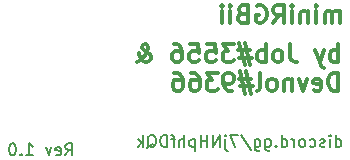
<source format=gbo>
G04 #@! TF.GenerationSoftware,KiCad,Pcbnew,(6.0.0-0)*
G04 #@! TF.CreationDate,2022-02-26T19:29:42+02:00*
G04 #@! TF.ProjectId,miniRGBii,6d696e69-5247-4426-9969-2e6b69636164,1.0*
G04 #@! TF.SameCoordinates,Original*
G04 #@! TF.FileFunction,Legend,Bot*
G04 #@! TF.FilePolarity,Positive*
%FSLAX46Y46*%
G04 Gerber Fmt 4.6, Leading zero omitted, Abs format (unit mm)*
G04 Created by KiCad (PCBNEW (6.0.0-0)) date 2022-02-26 19:29:42*
%MOMM*%
%LPD*%
G01*
G04 APERTURE LIST*
%ADD10C,0.300000*%
%ADD11C,0.150000*%
G04 APERTURE END LIST*
D10*
X212010000Y-56558571D02*
X212010000Y-55558571D01*
X212010000Y-55701428D02*
X211938571Y-55630000D01*
X211795714Y-55558571D01*
X211581428Y-55558571D01*
X211438571Y-55630000D01*
X211367142Y-55772857D01*
X211367142Y-56558571D01*
X211367142Y-55772857D02*
X211295714Y-55630000D01*
X211152857Y-55558571D01*
X210938571Y-55558571D01*
X210795714Y-55630000D01*
X210724285Y-55772857D01*
X210724285Y-56558571D01*
X210010000Y-56558571D02*
X210010000Y-55558571D01*
X210010000Y-55058571D02*
X210081428Y-55130000D01*
X210010000Y-55201428D01*
X209938571Y-55130000D01*
X210010000Y-55058571D01*
X210010000Y-55201428D01*
X209295714Y-55558571D02*
X209295714Y-56558571D01*
X209295714Y-55701428D02*
X209224285Y-55630000D01*
X209081428Y-55558571D01*
X208867142Y-55558571D01*
X208724285Y-55630000D01*
X208652857Y-55772857D01*
X208652857Y-56558571D01*
X207938571Y-56558571D02*
X207938571Y-55558571D01*
X207938571Y-55058571D02*
X208010000Y-55130000D01*
X207938571Y-55201428D01*
X207867142Y-55130000D01*
X207938571Y-55058571D01*
X207938571Y-55201428D01*
X206367142Y-56558571D02*
X206867142Y-55844285D01*
X207224285Y-56558571D02*
X207224285Y-55058571D01*
X206652857Y-55058571D01*
X206510000Y-55130000D01*
X206438571Y-55201428D01*
X206367142Y-55344285D01*
X206367142Y-55558571D01*
X206438571Y-55701428D01*
X206510000Y-55772857D01*
X206652857Y-55844285D01*
X207224285Y-55844285D01*
X204938571Y-55130000D02*
X205081428Y-55058571D01*
X205295714Y-55058571D01*
X205510000Y-55130000D01*
X205652857Y-55272857D01*
X205724285Y-55415714D01*
X205795714Y-55701428D01*
X205795714Y-55915714D01*
X205724285Y-56201428D01*
X205652857Y-56344285D01*
X205510000Y-56487142D01*
X205295714Y-56558571D01*
X205152857Y-56558571D01*
X204938571Y-56487142D01*
X204867142Y-56415714D01*
X204867142Y-55915714D01*
X205152857Y-55915714D01*
X203724285Y-55772857D02*
X203510000Y-55844285D01*
X203438571Y-55915714D01*
X203367142Y-56058571D01*
X203367142Y-56272857D01*
X203438571Y-56415714D01*
X203510000Y-56487142D01*
X203652857Y-56558571D01*
X204224285Y-56558571D01*
X204224285Y-55058571D01*
X203724285Y-55058571D01*
X203581428Y-55130000D01*
X203510000Y-55201428D01*
X203438571Y-55344285D01*
X203438571Y-55487142D01*
X203510000Y-55630000D01*
X203581428Y-55701428D01*
X203724285Y-55772857D01*
X204224285Y-55772857D01*
X202724285Y-56558571D02*
X202724285Y-55558571D01*
X202724285Y-55058571D02*
X202795714Y-55130000D01*
X202724285Y-55201428D01*
X202652857Y-55130000D01*
X202724285Y-55058571D01*
X202724285Y-55201428D01*
X202010000Y-56558571D02*
X202010000Y-55558571D01*
X202010000Y-55058571D02*
X202081428Y-55130000D01*
X202010000Y-55201428D01*
X201938571Y-55130000D01*
X202010000Y-55058571D01*
X202010000Y-55201428D01*
X211847857Y-59871071D02*
X211847857Y-58371071D01*
X211847857Y-58942500D02*
X211705000Y-58871071D01*
X211419285Y-58871071D01*
X211276428Y-58942500D01*
X211205000Y-59013928D01*
X211133571Y-59156785D01*
X211133571Y-59585357D01*
X211205000Y-59728214D01*
X211276428Y-59799642D01*
X211419285Y-59871071D01*
X211705000Y-59871071D01*
X211847857Y-59799642D01*
X210633571Y-58871071D02*
X210276428Y-59871071D01*
X209919285Y-58871071D02*
X210276428Y-59871071D01*
X210419285Y-60228214D01*
X210490714Y-60299642D01*
X210633571Y-60371071D01*
X207776428Y-58371071D02*
X207776428Y-59442500D01*
X207847857Y-59656785D01*
X207990714Y-59799642D01*
X208205000Y-59871071D01*
X208347857Y-59871071D01*
X206847857Y-59871071D02*
X206990714Y-59799642D01*
X207062142Y-59728214D01*
X207133571Y-59585357D01*
X207133571Y-59156785D01*
X207062142Y-59013928D01*
X206990714Y-58942500D01*
X206847857Y-58871071D01*
X206633571Y-58871071D01*
X206490714Y-58942500D01*
X206419285Y-59013928D01*
X206347857Y-59156785D01*
X206347857Y-59585357D01*
X206419285Y-59728214D01*
X206490714Y-59799642D01*
X206633571Y-59871071D01*
X206847857Y-59871071D01*
X205705000Y-59871071D02*
X205705000Y-58371071D01*
X205705000Y-58942500D02*
X205562142Y-58871071D01*
X205276428Y-58871071D01*
X205133571Y-58942500D01*
X205062142Y-59013928D01*
X204990714Y-59156785D01*
X204990714Y-59585357D01*
X205062142Y-59728214D01*
X205133571Y-59799642D01*
X205276428Y-59871071D01*
X205562142Y-59871071D01*
X205705000Y-59799642D01*
X204419285Y-58871071D02*
X203347857Y-58871071D01*
X203990714Y-58228214D02*
X204419285Y-60156785D01*
X203490714Y-59513928D02*
X204562142Y-59513928D01*
X203919285Y-60156785D02*
X203490714Y-58228214D01*
X202990714Y-58371071D02*
X202062142Y-58371071D01*
X202562142Y-58942500D01*
X202347857Y-58942500D01*
X202205000Y-59013928D01*
X202133571Y-59085357D01*
X202062142Y-59228214D01*
X202062142Y-59585357D01*
X202133571Y-59728214D01*
X202205000Y-59799642D01*
X202347857Y-59871071D01*
X202776428Y-59871071D01*
X202919285Y-59799642D01*
X202990714Y-59728214D01*
X200705000Y-58371071D02*
X201419285Y-58371071D01*
X201490714Y-59085357D01*
X201419285Y-59013928D01*
X201276428Y-58942500D01*
X200919285Y-58942500D01*
X200776428Y-59013928D01*
X200705000Y-59085357D01*
X200633571Y-59228214D01*
X200633571Y-59585357D01*
X200705000Y-59728214D01*
X200776428Y-59799642D01*
X200919285Y-59871071D01*
X201276428Y-59871071D01*
X201419285Y-59799642D01*
X201490714Y-59728214D01*
X199276428Y-58371071D02*
X199990714Y-58371071D01*
X200062142Y-59085357D01*
X199990714Y-59013928D01*
X199847857Y-58942500D01*
X199490714Y-58942500D01*
X199347857Y-59013928D01*
X199276428Y-59085357D01*
X199205000Y-59228214D01*
X199205000Y-59585357D01*
X199276428Y-59728214D01*
X199347857Y-59799642D01*
X199490714Y-59871071D01*
X199847857Y-59871071D01*
X199990714Y-59799642D01*
X200062142Y-59728214D01*
X197919285Y-58371071D02*
X198205000Y-58371071D01*
X198347857Y-58442500D01*
X198419285Y-58513928D01*
X198562142Y-58728214D01*
X198633571Y-59013928D01*
X198633571Y-59585357D01*
X198562142Y-59728214D01*
X198490714Y-59799642D01*
X198347857Y-59871071D01*
X198062142Y-59871071D01*
X197919285Y-59799642D01*
X197847857Y-59728214D01*
X197776428Y-59585357D01*
X197776428Y-59228214D01*
X197847857Y-59085357D01*
X197919285Y-59013928D01*
X198062142Y-58942500D01*
X198347857Y-58942500D01*
X198490714Y-59013928D01*
X198562142Y-59085357D01*
X198633571Y-59228214D01*
X194776428Y-59871071D02*
X194847857Y-59871071D01*
X194990714Y-59799642D01*
X195205000Y-59585357D01*
X195562142Y-59156785D01*
X195705000Y-58942500D01*
X195776428Y-58728214D01*
X195776428Y-58585357D01*
X195705000Y-58442500D01*
X195562142Y-58371071D01*
X195490714Y-58371071D01*
X195347857Y-58442500D01*
X195276428Y-58585357D01*
X195276428Y-58656785D01*
X195347857Y-58799642D01*
X195419285Y-58871071D01*
X195847857Y-59156785D01*
X195919285Y-59228214D01*
X195990714Y-59371071D01*
X195990714Y-59585357D01*
X195919285Y-59728214D01*
X195847857Y-59799642D01*
X195705000Y-59871071D01*
X195490714Y-59871071D01*
X195347857Y-59799642D01*
X195276428Y-59728214D01*
X195062142Y-59442500D01*
X194990714Y-59228214D01*
X194990714Y-59085357D01*
X211847857Y-62286071D02*
X211847857Y-60786071D01*
X211490714Y-60786071D01*
X211276428Y-60857500D01*
X211133571Y-61000357D01*
X211062142Y-61143214D01*
X210990714Y-61428928D01*
X210990714Y-61643214D01*
X211062142Y-61928928D01*
X211133571Y-62071785D01*
X211276428Y-62214642D01*
X211490714Y-62286071D01*
X211847857Y-62286071D01*
X209776428Y-62214642D02*
X209919285Y-62286071D01*
X210205000Y-62286071D01*
X210347857Y-62214642D01*
X210419285Y-62071785D01*
X210419285Y-61500357D01*
X210347857Y-61357500D01*
X210205000Y-61286071D01*
X209919285Y-61286071D01*
X209776428Y-61357500D01*
X209705000Y-61500357D01*
X209705000Y-61643214D01*
X210419285Y-61786071D01*
X209205000Y-61286071D02*
X208847857Y-62286071D01*
X208490714Y-61286071D01*
X207919285Y-61286071D02*
X207919285Y-62286071D01*
X207919285Y-61428928D02*
X207847857Y-61357500D01*
X207705000Y-61286071D01*
X207490714Y-61286071D01*
X207347857Y-61357500D01*
X207276428Y-61500357D01*
X207276428Y-62286071D01*
X206347857Y-62286071D02*
X206490714Y-62214642D01*
X206562142Y-62143214D01*
X206633571Y-62000357D01*
X206633571Y-61571785D01*
X206562142Y-61428928D01*
X206490714Y-61357500D01*
X206347857Y-61286071D01*
X206133571Y-61286071D01*
X205990714Y-61357500D01*
X205919285Y-61428928D01*
X205847857Y-61571785D01*
X205847857Y-62000357D01*
X205919285Y-62143214D01*
X205990714Y-62214642D01*
X206133571Y-62286071D01*
X206347857Y-62286071D01*
X204990714Y-62286071D02*
X205133571Y-62214642D01*
X205205000Y-62071785D01*
X205205000Y-60786071D01*
X204490714Y-61286071D02*
X203419285Y-61286071D01*
X204062142Y-60643214D02*
X204490714Y-62571785D01*
X203562142Y-61928928D02*
X204633571Y-61928928D01*
X203990714Y-62571785D02*
X203562142Y-60643214D01*
X202847857Y-62286071D02*
X202562142Y-62286071D01*
X202419285Y-62214642D01*
X202347857Y-62143214D01*
X202205000Y-61928928D01*
X202133571Y-61643214D01*
X202133571Y-61071785D01*
X202205000Y-60928928D01*
X202276428Y-60857500D01*
X202419285Y-60786071D01*
X202705000Y-60786071D01*
X202847857Y-60857500D01*
X202919285Y-60928928D01*
X202990714Y-61071785D01*
X202990714Y-61428928D01*
X202919285Y-61571785D01*
X202847857Y-61643214D01*
X202705000Y-61714642D01*
X202419285Y-61714642D01*
X202276428Y-61643214D01*
X202205000Y-61571785D01*
X202133571Y-61428928D01*
X201633571Y-60786071D02*
X200705000Y-60786071D01*
X201205000Y-61357500D01*
X200990714Y-61357500D01*
X200847857Y-61428928D01*
X200776428Y-61500357D01*
X200705000Y-61643214D01*
X200705000Y-62000357D01*
X200776428Y-62143214D01*
X200847857Y-62214642D01*
X200990714Y-62286071D01*
X201419285Y-62286071D01*
X201562142Y-62214642D01*
X201633571Y-62143214D01*
X199419285Y-60786071D02*
X199705000Y-60786071D01*
X199847857Y-60857500D01*
X199919285Y-60928928D01*
X200062142Y-61143214D01*
X200133571Y-61428928D01*
X200133571Y-62000357D01*
X200062142Y-62143214D01*
X199990714Y-62214642D01*
X199847857Y-62286071D01*
X199562142Y-62286071D01*
X199419285Y-62214642D01*
X199347857Y-62143214D01*
X199276428Y-62000357D01*
X199276428Y-61643214D01*
X199347857Y-61500357D01*
X199419285Y-61428928D01*
X199562142Y-61357500D01*
X199847857Y-61357500D01*
X199990714Y-61428928D01*
X200062142Y-61500357D01*
X200133571Y-61643214D01*
X197990714Y-60786071D02*
X198276428Y-60786071D01*
X198419285Y-60857500D01*
X198490714Y-60928928D01*
X198633571Y-61143214D01*
X198705000Y-61428928D01*
X198705000Y-62000357D01*
X198633571Y-62143214D01*
X198562142Y-62214642D01*
X198419285Y-62286071D01*
X198133571Y-62286071D01*
X197990714Y-62214642D01*
X197919285Y-62143214D01*
X197847857Y-62000357D01*
X197847857Y-61643214D01*
X197919285Y-61500357D01*
X197990714Y-61428928D01*
X198133571Y-61357500D01*
X198419285Y-61357500D01*
X198562142Y-61428928D01*
X198633571Y-61500357D01*
X198705000Y-61643214D01*
D11*
X211635833Y-67052380D02*
X211635833Y-66052380D01*
X211635833Y-67004761D02*
X211731071Y-67052380D01*
X211921547Y-67052380D01*
X212016785Y-67004761D01*
X212064404Y-66957142D01*
X212112023Y-66861904D01*
X212112023Y-66576190D01*
X212064404Y-66480952D01*
X212016785Y-66433333D01*
X211921547Y-66385714D01*
X211731071Y-66385714D01*
X211635833Y-66433333D01*
X211159642Y-67052380D02*
X211159642Y-66385714D01*
X211159642Y-66052380D02*
X211207261Y-66100000D01*
X211159642Y-66147619D01*
X211112023Y-66100000D01*
X211159642Y-66052380D01*
X211159642Y-66147619D01*
X210731071Y-67004761D02*
X210635833Y-67052380D01*
X210445357Y-67052380D01*
X210350119Y-67004761D01*
X210302500Y-66909523D01*
X210302500Y-66861904D01*
X210350119Y-66766666D01*
X210445357Y-66719047D01*
X210588214Y-66719047D01*
X210683452Y-66671428D01*
X210731071Y-66576190D01*
X210731071Y-66528571D01*
X210683452Y-66433333D01*
X210588214Y-66385714D01*
X210445357Y-66385714D01*
X210350119Y-66433333D01*
X209445357Y-67004761D02*
X209540595Y-67052380D01*
X209731071Y-67052380D01*
X209826309Y-67004761D01*
X209873928Y-66957142D01*
X209921547Y-66861904D01*
X209921547Y-66576190D01*
X209873928Y-66480952D01*
X209826309Y-66433333D01*
X209731071Y-66385714D01*
X209540595Y-66385714D01*
X209445357Y-66433333D01*
X208873928Y-67052380D02*
X208969166Y-67004761D01*
X209016785Y-66957142D01*
X209064404Y-66861904D01*
X209064404Y-66576190D01*
X209016785Y-66480952D01*
X208969166Y-66433333D01*
X208873928Y-66385714D01*
X208731071Y-66385714D01*
X208635833Y-66433333D01*
X208588214Y-66480952D01*
X208540595Y-66576190D01*
X208540595Y-66861904D01*
X208588214Y-66957142D01*
X208635833Y-67004761D01*
X208731071Y-67052380D01*
X208873928Y-67052380D01*
X208112023Y-67052380D02*
X208112023Y-66385714D01*
X208112023Y-66576190D02*
X208064404Y-66480952D01*
X208016785Y-66433333D01*
X207921547Y-66385714D01*
X207826309Y-66385714D01*
X207064404Y-67052380D02*
X207064404Y-66052380D01*
X207064404Y-67004761D02*
X207159642Y-67052380D01*
X207350119Y-67052380D01*
X207445357Y-67004761D01*
X207492976Y-66957142D01*
X207540595Y-66861904D01*
X207540595Y-66576190D01*
X207492976Y-66480952D01*
X207445357Y-66433333D01*
X207350119Y-66385714D01*
X207159642Y-66385714D01*
X207064404Y-66433333D01*
X206588214Y-66957142D02*
X206540595Y-67004761D01*
X206588214Y-67052380D01*
X206635833Y-67004761D01*
X206588214Y-66957142D01*
X206588214Y-67052380D01*
X205683452Y-66385714D02*
X205683452Y-67195238D01*
X205731071Y-67290476D01*
X205778690Y-67338095D01*
X205873928Y-67385714D01*
X206016785Y-67385714D01*
X206112023Y-67338095D01*
X205683452Y-67004761D02*
X205778690Y-67052380D01*
X205969166Y-67052380D01*
X206064404Y-67004761D01*
X206112023Y-66957142D01*
X206159642Y-66861904D01*
X206159642Y-66576190D01*
X206112023Y-66480952D01*
X206064404Y-66433333D01*
X205969166Y-66385714D01*
X205778690Y-66385714D01*
X205683452Y-66433333D01*
X204778690Y-66385714D02*
X204778690Y-67195238D01*
X204826309Y-67290476D01*
X204873928Y-67338095D01*
X204969166Y-67385714D01*
X205112023Y-67385714D01*
X205207261Y-67338095D01*
X204778690Y-67004761D02*
X204873928Y-67052380D01*
X205064404Y-67052380D01*
X205159642Y-67004761D01*
X205207261Y-66957142D01*
X205254880Y-66861904D01*
X205254880Y-66576190D01*
X205207261Y-66480952D01*
X205159642Y-66433333D01*
X205064404Y-66385714D01*
X204873928Y-66385714D01*
X204778690Y-66433333D01*
X203588214Y-66004761D02*
X204445357Y-67290476D01*
X203350119Y-66052380D02*
X202683452Y-66052380D01*
X203112023Y-67052380D01*
X202302500Y-66385714D02*
X202302500Y-67242857D01*
X202350119Y-67338095D01*
X202445357Y-67385714D01*
X202492976Y-67385714D01*
X202302500Y-66052380D02*
X202350119Y-66100000D01*
X202302500Y-66147619D01*
X202254880Y-66100000D01*
X202302500Y-66052380D01*
X202302500Y-66147619D01*
X201826309Y-67052380D02*
X201826309Y-66052380D01*
X201254880Y-67052380D01*
X201254880Y-66052380D01*
X200778690Y-67052380D02*
X200778690Y-66052380D01*
X200778690Y-66528571D02*
X200207261Y-66528571D01*
X200207261Y-67052380D02*
X200207261Y-66052380D01*
X199731071Y-66385714D02*
X199731071Y-67385714D01*
X199731071Y-66433333D02*
X199635833Y-66385714D01*
X199445357Y-66385714D01*
X199350119Y-66433333D01*
X199302500Y-66480952D01*
X199254880Y-66576190D01*
X199254880Y-66861904D01*
X199302500Y-66957142D01*
X199350119Y-67004761D01*
X199445357Y-67052380D01*
X199635833Y-67052380D01*
X199731071Y-67004761D01*
X198826309Y-67052380D02*
X198826309Y-66052380D01*
X198397738Y-67052380D02*
X198397738Y-66528571D01*
X198445357Y-66433333D01*
X198540595Y-66385714D01*
X198683452Y-66385714D01*
X198778690Y-66433333D01*
X198826309Y-66480952D01*
X198064404Y-66385714D02*
X197683452Y-66385714D01*
X197921547Y-67052380D02*
X197921547Y-66195238D01*
X197873928Y-66100000D01*
X197778690Y-66052380D01*
X197683452Y-66052380D01*
X197350119Y-67052380D02*
X197350119Y-66052380D01*
X197112023Y-66052380D01*
X196969166Y-66100000D01*
X196873928Y-66195238D01*
X196826309Y-66290476D01*
X196778690Y-66480952D01*
X196778690Y-66623809D01*
X196826309Y-66814285D01*
X196873928Y-66909523D01*
X196969166Y-67004761D01*
X197112023Y-67052380D01*
X197350119Y-67052380D01*
X195683452Y-67147619D02*
X195778690Y-67100000D01*
X195873928Y-67004761D01*
X196016785Y-66861904D01*
X196112023Y-66814285D01*
X196207261Y-66814285D01*
X196159642Y-67052380D02*
X196254880Y-67004761D01*
X196350119Y-66909523D01*
X196397738Y-66719047D01*
X196397738Y-66385714D01*
X196350119Y-66195238D01*
X196254880Y-66100000D01*
X196159642Y-66052380D01*
X195969166Y-66052380D01*
X195873928Y-66100000D01*
X195778690Y-66195238D01*
X195731071Y-66385714D01*
X195731071Y-66719047D01*
X195778690Y-66909523D01*
X195873928Y-67004761D01*
X195969166Y-67052380D01*
X196159642Y-67052380D01*
X195302500Y-67052380D02*
X195302500Y-66052380D01*
X195207261Y-66671428D02*
X194921547Y-67052380D01*
X194921547Y-66385714D02*
X195302500Y-66766666D01*
X188761428Y-67762380D02*
X189094761Y-67286190D01*
X189332857Y-67762380D02*
X189332857Y-66762380D01*
X188951904Y-66762380D01*
X188856666Y-66810000D01*
X188809047Y-66857619D01*
X188761428Y-66952857D01*
X188761428Y-67095714D01*
X188809047Y-67190952D01*
X188856666Y-67238571D01*
X188951904Y-67286190D01*
X189332857Y-67286190D01*
X187951904Y-67714761D02*
X188047142Y-67762380D01*
X188237619Y-67762380D01*
X188332857Y-67714761D01*
X188380476Y-67619523D01*
X188380476Y-67238571D01*
X188332857Y-67143333D01*
X188237619Y-67095714D01*
X188047142Y-67095714D01*
X187951904Y-67143333D01*
X187904285Y-67238571D01*
X187904285Y-67333809D01*
X188380476Y-67429047D01*
X187570952Y-67095714D02*
X187332857Y-67762380D01*
X187094761Y-67095714D01*
X185428095Y-67762380D02*
X185999523Y-67762380D01*
X185713809Y-67762380D02*
X185713809Y-66762380D01*
X185809047Y-66905238D01*
X185904285Y-67000476D01*
X185999523Y-67048095D01*
X184999523Y-67667142D02*
X184951904Y-67714761D01*
X184999523Y-67762380D01*
X185047142Y-67714761D01*
X184999523Y-67667142D01*
X184999523Y-67762380D01*
X184332857Y-66762380D02*
X184237619Y-66762380D01*
X184142380Y-66810000D01*
X184094761Y-66857619D01*
X184047142Y-66952857D01*
X183999523Y-67143333D01*
X183999523Y-67381428D01*
X184047142Y-67571904D01*
X184094761Y-67667142D01*
X184142380Y-67714761D01*
X184237619Y-67762380D01*
X184332857Y-67762380D01*
X184428095Y-67714761D01*
X184475714Y-67667142D01*
X184523333Y-67571904D01*
X184570952Y-67381428D01*
X184570952Y-67143333D01*
X184523333Y-66952857D01*
X184475714Y-66857619D01*
X184428095Y-66810000D01*
X184332857Y-66762380D01*
M02*

</source>
